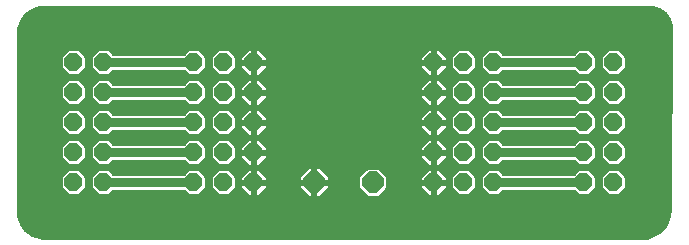
<source format=gtl>
G75*
%MOIN*%
%OFA0B0*%
%FSLAX25Y25*%
%IPPOS*%
%LPD*%
%AMOC8*
5,1,8,0,0,1.08239X$1,22.5*
%
%ADD10OC8,0.06000*%
%ADD11OC8,0.07050*%
%ADD12C,0.01000*%
%ADD13C,0.03000*%
D10*
X0021500Y0021500D03*
X0031500Y0021500D03*
X0031500Y0031500D03*
X0021500Y0031500D03*
X0021500Y0041500D03*
X0031500Y0041500D03*
X0031500Y0051500D03*
X0021500Y0051500D03*
X0021500Y0061500D03*
X0031500Y0061500D03*
X0061500Y0061500D03*
X0071500Y0061500D03*
X0081500Y0061500D03*
X0081500Y0051500D03*
X0071500Y0051500D03*
X0061500Y0051500D03*
X0061500Y0041500D03*
X0071500Y0041500D03*
X0081500Y0041500D03*
X0081500Y0031500D03*
X0071500Y0031500D03*
X0061500Y0031500D03*
X0061500Y0021500D03*
X0071500Y0021500D03*
X0081500Y0021500D03*
X0141500Y0021500D03*
X0151500Y0021500D03*
X0161500Y0021500D03*
X0161500Y0031500D03*
X0151500Y0031500D03*
X0141500Y0031500D03*
X0141500Y0041500D03*
X0151500Y0041500D03*
X0161500Y0041500D03*
X0161500Y0051500D03*
X0151500Y0051500D03*
X0141500Y0051500D03*
X0141500Y0061500D03*
X0151500Y0061500D03*
X0161500Y0061500D03*
X0191500Y0061500D03*
X0201500Y0061500D03*
X0201500Y0051500D03*
X0191500Y0051500D03*
X0191500Y0041500D03*
X0201500Y0041500D03*
X0201500Y0031500D03*
X0191500Y0031500D03*
X0191500Y0021500D03*
X0201500Y0021500D03*
D11*
X0121343Y0021500D03*
X0101657Y0021500D03*
D12*
X0007641Y0003926D02*
X0005490Y0005490D01*
X0003926Y0007641D01*
X0003105Y0010170D01*
X0003000Y0011500D01*
X0003000Y0071500D01*
X0003104Y0072824D01*
X0003922Y0075341D01*
X0005478Y0077483D01*
X0007620Y0079038D01*
X0010137Y0079856D01*
X0011461Y0079961D01*
X0213500Y0079961D01*
X0214626Y0079872D01*
X0216769Y0079176D01*
X0218592Y0077852D01*
X0219916Y0076029D01*
X0220612Y0073886D01*
X0220701Y0072761D01*
X0220205Y0015643D01*
X0220101Y0015480D01*
X0220199Y0015042D01*
X0220195Y0014593D01*
X0220291Y0014496D01*
X0220457Y0013324D01*
X0220162Y0010217D01*
X0218922Y0007353D01*
X0216857Y0005012D01*
X0214170Y0003424D01*
X0212790Y0003000D01*
X0011500Y0003000D01*
X0010170Y0003105D01*
X0007641Y0003926D01*
X0006848Y0004503D02*
X0215996Y0004503D01*
X0217289Y0005501D02*
X0005481Y0005501D01*
X0004755Y0006500D02*
X0218170Y0006500D01*
X0218985Y0007499D02*
X0004030Y0007499D01*
X0003648Y0008497D02*
X0219417Y0008497D01*
X0219850Y0009496D02*
X0003324Y0009496D01*
X0003079Y0010494D02*
X0220188Y0010494D01*
X0220283Y0011493D02*
X0003001Y0011493D01*
X0003000Y0012491D02*
X0220378Y0012491D01*
X0220433Y0013490D02*
X0003000Y0013490D01*
X0003000Y0014488D02*
X0220292Y0014488D01*
X0220105Y0015487D02*
X0003000Y0015487D01*
X0003000Y0016485D02*
X0099566Y0016485D01*
X0099576Y0016475D02*
X0096632Y0019419D01*
X0096632Y0021000D01*
X0101157Y0021000D01*
X0101157Y0022000D01*
X0096632Y0022000D01*
X0096632Y0023581D01*
X0099576Y0026525D01*
X0101157Y0026525D01*
X0101157Y0022000D01*
X0102157Y0022000D01*
X0102157Y0026525D01*
X0103739Y0026525D01*
X0106682Y0023581D01*
X0106682Y0022000D01*
X0102158Y0022000D01*
X0102158Y0021000D01*
X0106682Y0021000D01*
X0106682Y0019419D01*
X0103739Y0016475D01*
X0102157Y0016475D01*
X0102157Y0021000D01*
X0101157Y0021000D01*
X0101157Y0016475D01*
X0099576Y0016475D01*
X0101157Y0016485D02*
X0102157Y0016485D01*
X0103749Y0016485D02*
X0220212Y0016485D01*
X0220221Y0017484D02*
X0203565Y0017484D01*
X0203281Y0017200D02*
X0205800Y0019719D01*
X0205800Y0023281D01*
X0203281Y0025800D01*
X0199719Y0025800D01*
X0197200Y0023281D01*
X0197200Y0019719D01*
X0199719Y0017200D01*
X0203281Y0017200D01*
X0204563Y0018482D02*
X0220229Y0018482D01*
X0220238Y0019481D02*
X0205562Y0019481D01*
X0205800Y0020479D02*
X0220247Y0020479D01*
X0220255Y0021478D02*
X0205800Y0021478D01*
X0205800Y0022476D02*
X0220264Y0022476D01*
X0220273Y0023475D02*
X0205606Y0023475D01*
X0204608Y0024473D02*
X0220281Y0024473D01*
X0220290Y0025472D02*
X0203609Y0025472D01*
X0203281Y0027200D02*
X0199719Y0027200D01*
X0197200Y0029719D01*
X0197200Y0033281D01*
X0199719Y0035800D01*
X0203281Y0035800D01*
X0205800Y0033281D01*
X0205800Y0029719D01*
X0203281Y0027200D01*
X0203550Y0027469D02*
X0220307Y0027469D01*
X0220316Y0028467D02*
X0204548Y0028467D01*
X0205547Y0029466D02*
X0220325Y0029466D01*
X0220333Y0030464D02*
X0205800Y0030464D01*
X0205800Y0031463D02*
X0220342Y0031463D01*
X0220351Y0032461D02*
X0205800Y0032461D01*
X0205621Y0033460D02*
X0220359Y0033460D01*
X0220368Y0034458D02*
X0204623Y0034458D01*
X0203624Y0035457D02*
X0220377Y0035457D01*
X0220385Y0036455D02*
X0003000Y0036455D01*
X0003000Y0035457D02*
X0019376Y0035457D01*
X0019719Y0035800D02*
X0017200Y0033281D01*
X0017200Y0029719D01*
X0019719Y0027200D01*
X0023281Y0027200D01*
X0025800Y0029719D01*
X0025800Y0033281D01*
X0023281Y0035800D01*
X0019719Y0035800D01*
X0019719Y0037200D02*
X0023281Y0037200D01*
X0025800Y0039719D01*
X0025800Y0043281D01*
X0023281Y0045800D01*
X0019719Y0045800D01*
X0017200Y0043281D01*
X0017200Y0039719D01*
X0019719Y0037200D01*
X0019465Y0037454D02*
X0003000Y0037454D01*
X0003000Y0038452D02*
X0018467Y0038452D01*
X0017468Y0039451D02*
X0003000Y0039451D01*
X0003000Y0040449D02*
X0017200Y0040449D01*
X0017200Y0041448D02*
X0003000Y0041448D01*
X0003000Y0042446D02*
X0017200Y0042446D01*
X0017364Y0043445D02*
X0003000Y0043445D01*
X0003000Y0044443D02*
X0018362Y0044443D01*
X0019361Y0045442D02*
X0003000Y0045442D01*
X0003000Y0046440D02*
X0220472Y0046440D01*
X0220463Y0045442D02*
X0203639Y0045442D01*
X0203281Y0045800D02*
X0199719Y0045800D01*
X0197200Y0043281D01*
X0197200Y0039719D01*
X0199719Y0037200D01*
X0203281Y0037200D01*
X0205800Y0039719D01*
X0205800Y0043281D01*
X0203281Y0045800D01*
X0203281Y0047200D02*
X0205800Y0049719D01*
X0205800Y0053281D01*
X0203281Y0055800D01*
X0199719Y0055800D01*
X0197200Y0053281D01*
X0197200Y0049719D01*
X0199719Y0047200D01*
X0203281Y0047200D01*
X0203520Y0047439D02*
X0220481Y0047439D01*
X0220489Y0048437D02*
X0204519Y0048437D01*
X0205517Y0049436D02*
X0220498Y0049436D01*
X0220507Y0050434D02*
X0205800Y0050434D01*
X0205800Y0051433D02*
X0220515Y0051433D01*
X0220524Y0052432D02*
X0205800Y0052432D01*
X0205651Y0053430D02*
X0220533Y0053430D01*
X0220541Y0054429D02*
X0204653Y0054429D01*
X0203654Y0055427D02*
X0220550Y0055427D01*
X0220559Y0056426D02*
X0003000Y0056426D01*
X0003000Y0055427D02*
X0019346Y0055427D01*
X0019719Y0055800D02*
X0017200Y0053281D01*
X0017200Y0049719D01*
X0019719Y0047200D01*
X0023281Y0047200D01*
X0025800Y0049719D01*
X0025800Y0053281D01*
X0023281Y0055800D01*
X0019719Y0055800D01*
X0019719Y0057200D02*
X0023281Y0057200D01*
X0025800Y0059719D01*
X0025800Y0063281D01*
X0023281Y0065800D01*
X0019719Y0065800D01*
X0017200Y0063281D01*
X0017200Y0059719D01*
X0019719Y0057200D01*
X0019495Y0057424D02*
X0003000Y0057424D01*
X0003000Y0058423D02*
X0018496Y0058423D01*
X0017498Y0059421D02*
X0003000Y0059421D01*
X0003000Y0060420D02*
X0017200Y0060420D01*
X0017200Y0061418D02*
X0003000Y0061418D01*
X0003000Y0062417D02*
X0017200Y0062417D01*
X0017334Y0063415D02*
X0003000Y0063415D01*
X0003000Y0064414D02*
X0018333Y0064414D01*
X0019331Y0065412D02*
X0003000Y0065412D01*
X0003000Y0066411D02*
X0220646Y0066411D01*
X0220654Y0067409D02*
X0003000Y0067409D01*
X0003000Y0068408D02*
X0220663Y0068408D01*
X0220672Y0069406D02*
X0003000Y0069406D01*
X0003000Y0070405D02*
X0220680Y0070405D01*
X0220689Y0071403D02*
X0003000Y0071403D01*
X0003071Y0072402D02*
X0220698Y0072402D01*
X0220650Y0073400D02*
X0003292Y0073400D01*
X0003616Y0074399D02*
X0220446Y0074399D01*
X0220121Y0075397D02*
X0003963Y0075397D01*
X0004688Y0076396D02*
X0219649Y0076396D01*
X0218924Y0077394D02*
X0005414Y0077394D01*
X0006731Y0078393D02*
X0217847Y0078393D01*
X0216106Y0079391D02*
X0008706Y0079391D01*
X0027200Y0063281D02*
X0029719Y0065800D01*
X0033281Y0065800D01*
X0034781Y0064300D01*
X0058219Y0064300D01*
X0059719Y0065800D01*
X0063281Y0065800D01*
X0065800Y0063281D01*
X0065800Y0059719D01*
X0063281Y0057200D01*
X0059719Y0057200D01*
X0058219Y0058700D01*
X0034781Y0058700D01*
X0033281Y0057200D01*
X0029719Y0057200D01*
X0027200Y0059719D01*
X0027200Y0063281D01*
X0027334Y0063415D02*
X0025666Y0063415D01*
X0025800Y0062417D02*
X0027200Y0062417D01*
X0027200Y0061418D02*
X0025800Y0061418D01*
X0025800Y0060420D02*
X0027200Y0060420D01*
X0027498Y0059421D02*
X0025502Y0059421D01*
X0024504Y0058423D02*
X0028496Y0058423D01*
X0029495Y0057424D02*
X0023505Y0057424D01*
X0023654Y0055427D02*
X0029346Y0055427D01*
X0029719Y0055800D02*
X0027200Y0053281D01*
X0027200Y0049719D01*
X0029719Y0047200D01*
X0033281Y0047200D01*
X0034781Y0048700D01*
X0058219Y0048700D01*
X0059719Y0047200D01*
X0063281Y0047200D01*
X0065800Y0049719D01*
X0065800Y0053281D01*
X0063281Y0055800D01*
X0059719Y0055800D01*
X0058219Y0054300D01*
X0034781Y0054300D01*
X0033281Y0055800D01*
X0029719Y0055800D01*
X0028347Y0054429D02*
X0024653Y0054429D01*
X0025651Y0053430D02*
X0027349Y0053430D01*
X0027200Y0052432D02*
X0025800Y0052432D01*
X0025800Y0051433D02*
X0027200Y0051433D01*
X0027200Y0050434D02*
X0025800Y0050434D01*
X0025517Y0049436D02*
X0027483Y0049436D01*
X0028481Y0048437D02*
X0024519Y0048437D01*
X0023520Y0047439D02*
X0029480Y0047439D01*
X0029719Y0045800D02*
X0027200Y0043281D01*
X0027200Y0039719D01*
X0029719Y0037200D01*
X0033281Y0037200D01*
X0034781Y0038700D01*
X0058219Y0038700D01*
X0059719Y0037200D01*
X0063281Y0037200D01*
X0065800Y0039719D01*
X0065800Y0043281D01*
X0063281Y0045800D01*
X0059719Y0045800D01*
X0058219Y0044300D01*
X0034781Y0044300D01*
X0033281Y0045800D01*
X0029719Y0045800D01*
X0029361Y0045442D02*
X0023639Y0045442D01*
X0024638Y0044443D02*
X0028362Y0044443D01*
X0027364Y0043445D02*
X0025636Y0043445D01*
X0025800Y0042446D02*
X0027200Y0042446D01*
X0027200Y0041448D02*
X0025800Y0041448D01*
X0025800Y0040449D02*
X0027200Y0040449D01*
X0027468Y0039451D02*
X0025532Y0039451D01*
X0024533Y0038452D02*
X0028467Y0038452D01*
X0029465Y0037454D02*
X0023535Y0037454D01*
X0023624Y0035457D02*
X0029376Y0035457D01*
X0029719Y0035800D02*
X0027200Y0033281D01*
X0027200Y0029719D01*
X0029719Y0027200D01*
X0033281Y0027200D01*
X0034781Y0028700D01*
X0058219Y0028700D01*
X0059719Y0027200D01*
X0063281Y0027200D01*
X0065800Y0029719D01*
X0065800Y0033281D01*
X0063281Y0035800D01*
X0059719Y0035800D01*
X0058219Y0034300D01*
X0034781Y0034300D01*
X0033281Y0035800D01*
X0029719Y0035800D01*
X0028377Y0034458D02*
X0024623Y0034458D01*
X0025621Y0033460D02*
X0027379Y0033460D01*
X0027200Y0032461D02*
X0025800Y0032461D01*
X0025800Y0031463D02*
X0027200Y0031463D01*
X0027200Y0030464D02*
X0025800Y0030464D01*
X0025547Y0029466D02*
X0027453Y0029466D01*
X0028452Y0028467D02*
X0024548Y0028467D01*
X0023550Y0027469D02*
X0029450Y0027469D01*
X0029719Y0025800D02*
X0027200Y0023281D01*
X0027200Y0019719D01*
X0029719Y0017200D01*
X0033281Y0017200D01*
X0034781Y0018700D01*
X0058219Y0018700D01*
X0059719Y0017200D01*
X0063281Y0017200D01*
X0065800Y0019719D01*
X0065800Y0023281D01*
X0063281Y0025800D01*
X0059719Y0025800D01*
X0058219Y0024300D01*
X0034781Y0024300D01*
X0033281Y0025800D01*
X0029719Y0025800D01*
X0029391Y0025472D02*
X0023609Y0025472D01*
X0023281Y0025800D02*
X0019719Y0025800D01*
X0017200Y0023281D01*
X0017200Y0019719D01*
X0019719Y0017200D01*
X0023281Y0017200D01*
X0025800Y0019719D01*
X0025800Y0023281D01*
X0023281Y0025800D01*
X0024608Y0024473D02*
X0028392Y0024473D01*
X0027394Y0023475D02*
X0025606Y0023475D01*
X0025800Y0022476D02*
X0027200Y0022476D01*
X0027200Y0021478D02*
X0025800Y0021478D01*
X0025800Y0020479D02*
X0027200Y0020479D01*
X0027438Y0019481D02*
X0025562Y0019481D01*
X0024563Y0018482D02*
X0028437Y0018482D01*
X0029435Y0017484D02*
X0023565Y0017484D01*
X0019435Y0017484D02*
X0003000Y0017484D01*
X0003000Y0018482D02*
X0018437Y0018482D01*
X0017438Y0019481D02*
X0003000Y0019481D01*
X0003000Y0020479D02*
X0017200Y0020479D01*
X0017200Y0021478D02*
X0003000Y0021478D01*
X0003000Y0022476D02*
X0017200Y0022476D01*
X0017394Y0023475D02*
X0003000Y0023475D01*
X0003000Y0024473D02*
X0018392Y0024473D01*
X0019391Y0025472D02*
X0003000Y0025472D01*
X0003000Y0026470D02*
X0099521Y0026470D01*
X0098523Y0025472D02*
X0083892Y0025472D01*
X0083364Y0026000D02*
X0082000Y0026000D01*
X0082000Y0022000D01*
X0086000Y0022000D01*
X0086000Y0023364D01*
X0083364Y0026000D01*
X0083364Y0027000D02*
X0082000Y0027000D01*
X0082000Y0031000D01*
X0082000Y0032000D01*
X0086000Y0032000D01*
X0086000Y0033364D01*
X0083364Y0036000D01*
X0082000Y0036000D01*
X0082000Y0032000D01*
X0081000Y0032000D01*
X0081000Y0036000D01*
X0079636Y0036000D01*
X0077000Y0033364D01*
X0077000Y0032000D01*
X0081000Y0032000D01*
X0081000Y0031000D01*
X0082000Y0031000D01*
X0086000Y0031000D01*
X0086000Y0029636D01*
X0083364Y0027000D01*
X0083833Y0027469D02*
X0139167Y0027469D01*
X0139636Y0027000D02*
X0141000Y0027000D01*
X0141000Y0031000D01*
X0142000Y0031000D01*
X0142000Y0032000D01*
X0146000Y0032000D01*
X0146000Y0033364D01*
X0143364Y0036000D01*
X0142000Y0036000D01*
X0142000Y0032000D01*
X0141000Y0032000D01*
X0141000Y0036000D01*
X0139636Y0036000D01*
X0137000Y0033364D01*
X0137000Y0032000D01*
X0141000Y0032000D01*
X0141000Y0031000D01*
X0137000Y0031000D01*
X0137000Y0029636D01*
X0139636Y0027000D01*
X0139636Y0026000D02*
X0137000Y0023364D01*
X0137000Y0022000D01*
X0141000Y0022000D01*
X0141000Y0026000D01*
X0139636Y0026000D01*
X0139108Y0025472D02*
X0124194Y0025472D01*
X0123341Y0026325D02*
X0119344Y0026325D01*
X0116518Y0023499D01*
X0116518Y0019501D01*
X0119344Y0016675D01*
X0123341Y0016675D01*
X0126168Y0019501D01*
X0126168Y0023499D01*
X0123341Y0026325D01*
X0125193Y0024473D02*
X0138109Y0024473D01*
X0137111Y0023475D02*
X0126168Y0023475D01*
X0126168Y0022476D02*
X0137000Y0022476D01*
X0137000Y0021000D02*
X0137000Y0019636D01*
X0139636Y0017000D01*
X0141000Y0017000D01*
X0141000Y0021000D01*
X0142000Y0021000D01*
X0142000Y0022000D01*
X0146000Y0022000D01*
X0146000Y0023364D01*
X0143364Y0026000D01*
X0142000Y0026000D01*
X0142000Y0022000D01*
X0141000Y0022000D01*
X0141000Y0021000D01*
X0137000Y0021000D01*
X0137000Y0020479D02*
X0126168Y0020479D01*
X0126147Y0019481D02*
X0137155Y0019481D01*
X0138154Y0018482D02*
X0125148Y0018482D01*
X0124150Y0017484D02*
X0139152Y0017484D01*
X0141000Y0017484D02*
X0142000Y0017484D01*
X0142000Y0017000D02*
X0143364Y0017000D01*
X0146000Y0019636D01*
X0146000Y0021000D01*
X0142000Y0021000D01*
X0142000Y0017000D01*
X0143848Y0017484D02*
X0149435Y0017484D01*
X0149719Y0017200D02*
X0153281Y0017200D01*
X0155800Y0019719D01*
X0155800Y0023281D01*
X0153281Y0025800D01*
X0149719Y0025800D01*
X0147200Y0023281D01*
X0147200Y0019719D01*
X0149719Y0017200D01*
X0153565Y0017484D02*
X0159435Y0017484D01*
X0159719Y0017200D02*
X0163281Y0017200D01*
X0164781Y0018700D01*
X0188219Y0018700D01*
X0189719Y0017200D01*
X0193281Y0017200D01*
X0195800Y0019719D01*
X0195800Y0023281D01*
X0193281Y0025800D01*
X0189719Y0025800D01*
X0188219Y0024300D01*
X0164781Y0024300D01*
X0163281Y0025800D01*
X0159719Y0025800D01*
X0157200Y0023281D01*
X0157200Y0019719D01*
X0159719Y0017200D01*
X0158437Y0018482D02*
X0154563Y0018482D01*
X0155562Y0019481D02*
X0157438Y0019481D01*
X0157200Y0020479D02*
X0155800Y0020479D01*
X0155800Y0021478D02*
X0157200Y0021478D01*
X0157200Y0022476D02*
X0155800Y0022476D01*
X0155606Y0023475D02*
X0157394Y0023475D01*
X0158392Y0024473D02*
X0154608Y0024473D01*
X0153609Y0025472D02*
X0159391Y0025472D01*
X0159719Y0027200D02*
X0163281Y0027200D01*
X0164781Y0028700D01*
X0188219Y0028700D01*
X0189719Y0027200D01*
X0193281Y0027200D01*
X0195800Y0029719D01*
X0195800Y0033281D01*
X0193281Y0035800D01*
X0189719Y0035800D01*
X0188219Y0034300D01*
X0164781Y0034300D01*
X0163281Y0035800D01*
X0159719Y0035800D01*
X0157200Y0033281D01*
X0157200Y0029719D01*
X0159719Y0027200D01*
X0159450Y0027469D02*
X0153550Y0027469D01*
X0153281Y0027200D02*
X0149719Y0027200D01*
X0147200Y0029719D01*
X0147200Y0033281D01*
X0149719Y0035800D01*
X0153281Y0035800D01*
X0155800Y0033281D01*
X0155800Y0029719D01*
X0153281Y0027200D01*
X0154548Y0028467D02*
X0158452Y0028467D01*
X0157453Y0029466D02*
X0155547Y0029466D01*
X0155800Y0030464D02*
X0157200Y0030464D01*
X0157200Y0031463D02*
X0155800Y0031463D01*
X0155800Y0032461D02*
X0157200Y0032461D01*
X0157379Y0033460D02*
X0155621Y0033460D01*
X0154623Y0034458D02*
X0158377Y0034458D01*
X0159376Y0035457D02*
X0153624Y0035457D01*
X0153281Y0037200D02*
X0149719Y0037200D01*
X0147200Y0039719D01*
X0147200Y0043281D01*
X0149719Y0045800D01*
X0153281Y0045800D01*
X0155800Y0043281D01*
X0155800Y0039719D01*
X0153281Y0037200D01*
X0153535Y0037454D02*
X0159465Y0037454D01*
X0159719Y0037200D02*
X0163281Y0037200D01*
X0164781Y0038700D01*
X0188219Y0038700D01*
X0189719Y0037200D01*
X0193281Y0037200D01*
X0195800Y0039719D01*
X0195800Y0043281D01*
X0193281Y0045800D01*
X0189719Y0045800D01*
X0188219Y0044300D01*
X0164781Y0044300D01*
X0163281Y0045800D01*
X0159719Y0045800D01*
X0157200Y0043281D01*
X0157200Y0039719D01*
X0159719Y0037200D01*
X0158467Y0038452D02*
X0154533Y0038452D01*
X0155532Y0039451D02*
X0157468Y0039451D01*
X0157200Y0040449D02*
X0155800Y0040449D01*
X0155800Y0041448D02*
X0157200Y0041448D01*
X0157200Y0042446D02*
X0155800Y0042446D01*
X0155636Y0043445D02*
X0157364Y0043445D01*
X0158362Y0044443D02*
X0154638Y0044443D01*
X0153639Y0045442D02*
X0159361Y0045442D01*
X0159719Y0047200D02*
X0163281Y0047200D01*
X0164781Y0048700D01*
X0188219Y0048700D01*
X0189719Y0047200D01*
X0193281Y0047200D01*
X0195800Y0049719D01*
X0195800Y0053281D01*
X0193281Y0055800D01*
X0189719Y0055800D01*
X0188219Y0054300D01*
X0164781Y0054300D01*
X0163281Y0055800D01*
X0159719Y0055800D01*
X0157200Y0053281D01*
X0157200Y0049719D01*
X0159719Y0047200D01*
X0159480Y0047439D02*
X0153520Y0047439D01*
X0153281Y0047200D02*
X0149719Y0047200D01*
X0147200Y0049719D01*
X0147200Y0053281D01*
X0149719Y0055800D01*
X0153281Y0055800D01*
X0155800Y0053281D01*
X0155800Y0049719D01*
X0153281Y0047200D01*
X0154519Y0048437D02*
X0158481Y0048437D01*
X0157483Y0049436D02*
X0155517Y0049436D01*
X0155800Y0050434D02*
X0157200Y0050434D01*
X0157200Y0051433D02*
X0155800Y0051433D01*
X0155800Y0052432D02*
X0157200Y0052432D01*
X0157349Y0053430D02*
X0155651Y0053430D01*
X0154653Y0054429D02*
X0158347Y0054429D01*
X0159346Y0055427D02*
X0153654Y0055427D01*
X0153281Y0057200D02*
X0149719Y0057200D01*
X0147200Y0059719D01*
X0147200Y0063281D01*
X0149719Y0065800D01*
X0153281Y0065800D01*
X0155800Y0063281D01*
X0155800Y0059719D01*
X0153281Y0057200D01*
X0153505Y0057424D02*
X0159495Y0057424D01*
X0159719Y0057200D02*
X0163281Y0057200D01*
X0164781Y0058700D01*
X0188219Y0058700D01*
X0189719Y0057200D01*
X0193281Y0057200D01*
X0195800Y0059719D01*
X0195800Y0063281D01*
X0193281Y0065800D01*
X0189719Y0065800D01*
X0188219Y0064300D01*
X0164781Y0064300D01*
X0163281Y0065800D01*
X0159719Y0065800D01*
X0157200Y0063281D01*
X0157200Y0059719D01*
X0159719Y0057200D01*
X0158496Y0058423D02*
X0154504Y0058423D01*
X0155502Y0059421D02*
X0157498Y0059421D01*
X0157200Y0060420D02*
X0155800Y0060420D01*
X0155800Y0061418D02*
X0157200Y0061418D01*
X0157200Y0062417D02*
X0155800Y0062417D01*
X0155666Y0063415D02*
X0157334Y0063415D01*
X0158333Y0064414D02*
X0154667Y0064414D01*
X0153669Y0065412D02*
X0159331Y0065412D01*
X0163669Y0065412D02*
X0189331Y0065412D01*
X0188333Y0064414D02*
X0164667Y0064414D01*
X0164504Y0058423D02*
X0188496Y0058423D01*
X0189495Y0057424D02*
X0163505Y0057424D01*
X0163654Y0055427D02*
X0189346Y0055427D01*
X0188347Y0054429D02*
X0164653Y0054429D01*
X0164519Y0048437D02*
X0188481Y0048437D01*
X0189480Y0047439D02*
X0163520Y0047439D01*
X0163639Y0045442D02*
X0189361Y0045442D01*
X0188362Y0044443D02*
X0164638Y0044443D01*
X0164533Y0038452D02*
X0188467Y0038452D01*
X0189465Y0037454D02*
X0163535Y0037454D01*
X0163624Y0035457D02*
X0189376Y0035457D01*
X0188377Y0034458D02*
X0164623Y0034458D01*
X0164548Y0028467D02*
X0188452Y0028467D01*
X0189450Y0027469D02*
X0163550Y0027469D01*
X0163609Y0025472D02*
X0189391Y0025472D01*
X0188392Y0024473D02*
X0164608Y0024473D01*
X0164563Y0018482D02*
X0188437Y0018482D01*
X0189435Y0017484D02*
X0163565Y0017484D01*
X0148437Y0018482D02*
X0144846Y0018482D01*
X0145845Y0019481D02*
X0147438Y0019481D01*
X0147200Y0020479D02*
X0146000Y0020479D01*
X0147200Y0021478D02*
X0142000Y0021478D01*
X0142000Y0020479D02*
X0141000Y0020479D01*
X0141000Y0019481D02*
X0142000Y0019481D01*
X0142000Y0018482D02*
X0141000Y0018482D01*
X0141000Y0021478D02*
X0126168Y0021478D01*
X0118535Y0017484D02*
X0104748Y0017484D01*
X0105746Y0018482D02*
X0117537Y0018482D01*
X0116538Y0019481D02*
X0106682Y0019481D01*
X0106682Y0020479D02*
X0116518Y0020479D01*
X0116518Y0021478D02*
X0102158Y0021478D01*
X0102157Y0020479D02*
X0101157Y0020479D01*
X0101157Y0019481D02*
X0102157Y0019481D01*
X0102157Y0018482D02*
X0101157Y0018482D01*
X0101157Y0017484D02*
X0102157Y0017484D01*
X0098567Y0017484D02*
X0083848Y0017484D01*
X0083364Y0017000D02*
X0082000Y0017000D01*
X0082000Y0021000D01*
X0082000Y0022000D01*
X0081000Y0022000D01*
X0081000Y0026000D01*
X0079636Y0026000D01*
X0077000Y0023364D01*
X0077000Y0022000D01*
X0081000Y0022000D01*
X0081000Y0021000D01*
X0082000Y0021000D01*
X0086000Y0021000D01*
X0086000Y0019636D01*
X0083364Y0017000D01*
X0082000Y0017484D02*
X0081000Y0017484D01*
X0081000Y0017000D02*
X0079636Y0017000D01*
X0077000Y0019636D01*
X0077000Y0021000D01*
X0081000Y0021000D01*
X0081000Y0017000D01*
X0079152Y0017484D02*
X0073565Y0017484D01*
X0073281Y0017200D02*
X0069719Y0017200D01*
X0067200Y0019719D01*
X0067200Y0023281D01*
X0069719Y0025800D01*
X0073281Y0025800D01*
X0075800Y0023281D01*
X0075800Y0019719D01*
X0073281Y0017200D01*
X0069435Y0017484D02*
X0063565Y0017484D01*
X0064563Y0018482D02*
X0068437Y0018482D01*
X0067438Y0019481D02*
X0065562Y0019481D01*
X0065800Y0020479D02*
X0067200Y0020479D01*
X0067200Y0021478D02*
X0065800Y0021478D01*
X0065800Y0022476D02*
X0067200Y0022476D01*
X0067394Y0023475D02*
X0065606Y0023475D01*
X0064608Y0024473D02*
X0068392Y0024473D01*
X0069391Y0025472D02*
X0063609Y0025472D01*
X0059391Y0025472D02*
X0033609Y0025472D01*
X0034608Y0024473D02*
X0058392Y0024473D01*
X0059450Y0027469D02*
X0033550Y0027469D01*
X0034548Y0028467D02*
X0058452Y0028467D01*
X0063550Y0027469D02*
X0069450Y0027469D01*
X0069719Y0027200D02*
X0073281Y0027200D01*
X0075800Y0029719D01*
X0075800Y0033281D01*
X0073281Y0035800D01*
X0069719Y0035800D01*
X0067200Y0033281D01*
X0067200Y0029719D01*
X0069719Y0027200D01*
X0073550Y0027469D02*
X0079167Y0027469D01*
X0079636Y0027000D02*
X0081000Y0027000D01*
X0081000Y0031000D01*
X0077000Y0031000D01*
X0077000Y0029636D01*
X0079636Y0027000D01*
X0081000Y0027469D02*
X0082000Y0027469D01*
X0082000Y0028467D02*
X0081000Y0028467D01*
X0081000Y0029466D02*
X0082000Y0029466D01*
X0082000Y0030464D02*
X0081000Y0030464D01*
X0081000Y0031463D02*
X0075800Y0031463D01*
X0075800Y0030464D02*
X0077000Y0030464D01*
X0077170Y0029466D02*
X0075547Y0029466D01*
X0074548Y0028467D02*
X0078169Y0028467D01*
X0082000Y0031463D02*
X0141000Y0031463D01*
X0141000Y0030464D02*
X0142000Y0030464D01*
X0142000Y0031000D02*
X0142000Y0027000D01*
X0143364Y0027000D01*
X0146000Y0029636D01*
X0146000Y0031000D01*
X0142000Y0031000D01*
X0142000Y0031463D02*
X0147200Y0031463D01*
X0147200Y0030464D02*
X0146000Y0030464D01*
X0145830Y0029466D02*
X0147453Y0029466D01*
X0148452Y0028467D02*
X0144831Y0028467D01*
X0143833Y0027469D02*
X0149450Y0027469D01*
X0149391Y0025472D02*
X0143892Y0025472D01*
X0144891Y0024473D02*
X0148392Y0024473D01*
X0147394Y0023475D02*
X0145889Y0023475D01*
X0146000Y0022476D02*
X0147200Y0022476D01*
X0142000Y0022476D02*
X0141000Y0022476D01*
X0141000Y0023475D02*
X0142000Y0023475D01*
X0142000Y0024473D02*
X0141000Y0024473D01*
X0141000Y0025472D02*
X0142000Y0025472D01*
X0142000Y0027469D02*
X0141000Y0027469D01*
X0141000Y0028467D02*
X0142000Y0028467D01*
X0142000Y0029466D02*
X0141000Y0029466D01*
X0138169Y0028467D02*
X0084831Y0028467D01*
X0085830Y0029466D02*
X0137170Y0029466D01*
X0137000Y0030464D02*
X0086000Y0030464D01*
X0086000Y0032461D02*
X0137000Y0032461D01*
X0137096Y0033460D02*
X0085904Y0033460D01*
X0084906Y0034458D02*
X0138094Y0034458D01*
X0139093Y0035457D02*
X0083907Y0035457D01*
X0082000Y0035457D02*
X0081000Y0035457D01*
X0081000Y0034458D02*
X0082000Y0034458D01*
X0082000Y0033460D02*
X0081000Y0033460D01*
X0081000Y0032461D02*
X0082000Y0032461D01*
X0078094Y0034458D02*
X0074623Y0034458D01*
X0075621Y0033460D02*
X0077096Y0033460D01*
X0077000Y0032461D02*
X0075800Y0032461D01*
X0073624Y0035457D02*
X0079093Y0035457D01*
X0079636Y0037000D02*
X0081000Y0037000D01*
X0081000Y0041000D01*
X0082000Y0041000D01*
X0082000Y0042000D01*
X0086000Y0042000D01*
X0086000Y0043364D01*
X0083364Y0046000D01*
X0082000Y0046000D01*
X0082000Y0042000D01*
X0081000Y0042000D01*
X0081000Y0046000D01*
X0079636Y0046000D01*
X0077000Y0043364D01*
X0077000Y0042000D01*
X0081000Y0042000D01*
X0081000Y0041000D01*
X0077000Y0041000D01*
X0077000Y0039636D01*
X0079636Y0037000D01*
X0079182Y0037454D02*
X0073535Y0037454D01*
X0073281Y0037200D02*
X0069719Y0037200D01*
X0067200Y0039719D01*
X0067200Y0043281D01*
X0069719Y0045800D01*
X0073281Y0045800D01*
X0075800Y0043281D01*
X0075800Y0039719D01*
X0073281Y0037200D01*
X0069465Y0037454D02*
X0063535Y0037454D01*
X0064533Y0038452D02*
X0068467Y0038452D01*
X0067468Y0039451D02*
X0065532Y0039451D01*
X0065800Y0040449D02*
X0067200Y0040449D01*
X0067200Y0041448D02*
X0065800Y0041448D01*
X0065800Y0042446D02*
X0067200Y0042446D01*
X0067364Y0043445D02*
X0065636Y0043445D01*
X0064638Y0044443D02*
X0068362Y0044443D01*
X0069361Y0045442D02*
X0063639Y0045442D01*
X0059361Y0045442D02*
X0033639Y0045442D01*
X0034638Y0044443D02*
X0058362Y0044443D01*
X0059480Y0047439D02*
X0033520Y0047439D01*
X0034519Y0048437D02*
X0058481Y0048437D01*
X0063520Y0047439D02*
X0069480Y0047439D01*
X0069719Y0047200D02*
X0073281Y0047200D01*
X0075800Y0049719D01*
X0075800Y0053281D01*
X0073281Y0055800D01*
X0069719Y0055800D01*
X0067200Y0053281D01*
X0067200Y0049719D01*
X0069719Y0047200D01*
X0073520Y0047439D02*
X0079197Y0047439D01*
X0079636Y0047000D02*
X0081000Y0047000D01*
X0081000Y0051000D01*
X0082000Y0051000D01*
X0082000Y0052000D01*
X0086000Y0052000D01*
X0086000Y0053364D01*
X0083364Y0056000D01*
X0082000Y0056000D01*
X0082000Y0052000D01*
X0081000Y0052000D01*
X0081000Y0056000D01*
X0079636Y0056000D01*
X0077000Y0053364D01*
X0077000Y0052000D01*
X0081000Y0052000D01*
X0081000Y0051000D01*
X0077000Y0051000D01*
X0077000Y0049636D01*
X0079636Y0047000D01*
X0081000Y0047439D02*
X0082000Y0047439D01*
X0082000Y0047000D02*
X0083364Y0047000D01*
X0086000Y0049636D01*
X0086000Y0051000D01*
X0082000Y0051000D01*
X0082000Y0047000D01*
X0083803Y0047439D02*
X0139197Y0047439D01*
X0139636Y0047000D02*
X0141000Y0047000D01*
X0141000Y0051000D01*
X0142000Y0051000D01*
X0142000Y0052000D01*
X0146000Y0052000D01*
X0146000Y0053364D01*
X0143364Y0056000D01*
X0142000Y0056000D01*
X0142000Y0052000D01*
X0141000Y0052000D01*
X0141000Y0056000D01*
X0139636Y0056000D01*
X0137000Y0053364D01*
X0137000Y0052000D01*
X0141000Y0052000D01*
X0141000Y0051000D01*
X0137000Y0051000D01*
X0137000Y0049636D01*
X0139636Y0047000D01*
X0139636Y0046000D02*
X0137000Y0043364D01*
X0137000Y0042000D01*
X0141000Y0042000D01*
X0141000Y0046000D01*
X0139636Y0046000D01*
X0139078Y0045442D02*
X0083922Y0045442D01*
X0084921Y0044443D02*
X0138079Y0044443D01*
X0137081Y0043445D02*
X0085919Y0043445D01*
X0086000Y0042446D02*
X0137000Y0042446D01*
X0137000Y0041000D02*
X0137000Y0039636D01*
X0139636Y0037000D01*
X0141000Y0037000D01*
X0141000Y0041000D01*
X0142000Y0041000D01*
X0142000Y0042000D01*
X0146000Y0042000D01*
X0146000Y0043364D01*
X0143364Y0046000D01*
X0142000Y0046000D01*
X0142000Y0042000D01*
X0141000Y0042000D01*
X0141000Y0041000D01*
X0137000Y0041000D01*
X0137000Y0040449D02*
X0086000Y0040449D01*
X0086000Y0041000D02*
X0086000Y0039636D01*
X0083364Y0037000D01*
X0082000Y0037000D01*
X0082000Y0041000D01*
X0086000Y0041000D01*
X0085815Y0039451D02*
X0137185Y0039451D01*
X0138184Y0038452D02*
X0084816Y0038452D01*
X0083818Y0037454D02*
X0139182Y0037454D01*
X0141000Y0037454D02*
X0142000Y0037454D01*
X0142000Y0037000D02*
X0143364Y0037000D01*
X0146000Y0039636D01*
X0146000Y0041000D01*
X0142000Y0041000D01*
X0142000Y0037000D01*
X0143818Y0037454D02*
X0149465Y0037454D01*
X0148467Y0038452D02*
X0144816Y0038452D01*
X0145815Y0039451D02*
X0147468Y0039451D01*
X0147200Y0040449D02*
X0146000Y0040449D01*
X0147200Y0041448D02*
X0142000Y0041448D01*
X0142000Y0040449D02*
X0141000Y0040449D01*
X0141000Y0039451D02*
X0142000Y0039451D01*
X0142000Y0038452D02*
X0141000Y0038452D01*
X0141000Y0041448D02*
X0082000Y0041448D01*
X0082000Y0040449D02*
X0081000Y0040449D01*
X0081000Y0039451D02*
X0082000Y0039451D01*
X0082000Y0038452D02*
X0081000Y0038452D01*
X0081000Y0037454D02*
X0082000Y0037454D01*
X0078184Y0038452D02*
X0074533Y0038452D01*
X0075532Y0039451D02*
X0077185Y0039451D01*
X0077000Y0040449D02*
X0075800Y0040449D01*
X0075800Y0041448D02*
X0081000Y0041448D01*
X0081000Y0042446D02*
X0082000Y0042446D01*
X0082000Y0043445D02*
X0081000Y0043445D01*
X0081000Y0044443D02*
X0082000Y0044443D01*
X0082000Y0045442D02*
X0081000Y0045442D01*
X0079078Y0045442D02*
X0073639Y0045442D01*
X0074638Y0044443D02*
X0078079Y0044443D01*
X0077081Y0043445D02*
X0075636Y0043445D01*
X0075800Y0042446D02*
X0077000Y0042446D01*
X0078199Y0048437D02*
X0074519Y0048437D01*
X0075517Y0049436D02*
X0077200Y0049436D01*
X0077000Y0050434D02*
X0075800Y0050434D01*
X0075800Y0051433D02*
X0081000Y0051433D01*
X0081000Y0050434D02*
X0082000Y0050434D01*
X0082000Y0049436D02*
X0081000Y0049436D01*
X0081000Y0048437D02*
X0082000Y0048437D01*
X0084801Y0048437D02*
X0138199Y0048437D01*
X0137200Y0049436D02*
X0085800Y0049436D01*
X0086000Y0050434D02*
X0137000Y0050434D01*
X0141000Y0050434D02*
X0142000Y0050434D01*
X0142000Y0051000D02*
X0142000Y0047000D01*
X0143364Y0047000D01*
X0146000Y0049636D01*
X0146000Y0051000D01*
X0142000Y0051000D01*
X0142000Y0051433D02*
X0147200Y0051433D01*
X0147200Y0050434D02*
X0146000Y0050434D01*
X0145800Y0049436D02*
X0147483Y0049436D01*
X0148481Y0048437D02*
X0144801Y0048437D01*
X0143803Y0047439D02*
X0149480Y0047439D01*
X0149361Y0045442D02*
X0143922Y0045442D01*
X0144921Y0044443D02*
X0148362Y0044443D01*
X0147364Y0043445D02*
X0145919Y0043445D01*
X0146000Y0042446D02*
X0147200Y0042446D01*
X0142000Y0042446D02*
X0141000Y0042446D01*
X0141000Y0043445D02*
X0142000Y0043445D01*
X0142000Y0044443D02*
X0141000Y0044443D01*
X0141000Y0045442D02*
X0142000Y0045442D01*
X0142000Y0047439D02*
X0141000Y0047439D01*
X0141000Y0048437D02*
X0142000Y0048437D01*
X0142000Y0049436D02*
X0141000Y0049436D01*
X0141000Y0051433D02*
X0082000Y0051433D01*
X0082000Y0052432D02*
X0081000Y0052432D01*
X0081000Y0053430D02*
X0082000Y0053430D01*
X0082000Y0054429D02*
X0081000Y0054429D01*
X0081000Y0055427D02*
X0082000Y0055427D01*
X0083937Y0055427D02*
X0139063Y0055427D01*
X0138065Y0054429D02*
X0084935Y0054429D01*
X0085934Y0053430D02*
X0137066Y0053430D01*
X0137000Y0052432D02*
X0086000Y0052432D01*
X0079063Y0055427D02*
X0073654Y0055427D01*
X0074653Y0054429D02*
X0078065Y0054429D01*
X0077066Y0053430D02*
X0075651Y0053430D01*
X0075800Y0052432D02*
X0077000Y0052432D01*
X0069346Y0055427D02*
X0063654Y0055427D01*
X0064653Y0054429D02*
X0068347Y0054429D01*
X0067349Y0053430D02*
X0065651Y0053430D01*
X0065800Y0052432D02*
X0067200Y0052432D01*
X0067200Y0051433D02*
X0065800Y0051433D01*
X0065800Y0050434D02*
X0067200Y0050434D01*
X0067483Y0049436D02*
X0065517Y0049436D01*
X0064519Y0048437D02*
X0068481Y0048437D01*
X0058347Y0054429D02*
X0034653Y0054429D01*
X0033654Y0055427D02*
X0059346Y0055427D01*
X0059495Y0057424D02*
X0033505Y0057424D01*
X0034504Y0058423D02*
X0058496Y0058423D01*
X0063505Y0057424D02*
X0069495Y0057424D01*
X0069719Y0057200D02*
X0073281Y0057200D01*
X0075800Y0059719D01*
X0075800Y0063281D01*
X0073281Y0065800D01*
X0069719Y0065800D01*
X0067200Y0063281D01*
X0067200Y0059719D01*
X0069719Y0057200D01*
X0073505Y0057424D02*
X0079212Y0057424D01*
X0079636Y0057000D02*
X0081000Y0057000D01*
X0081000Y0061000D01*
X0082000Y0061000D01*
X0082000Y0062000D01*
X0086000Y0062000D01*
X0086000Y0063364D01*
X0083364Y0066000D01*
X0082000Y0066000D01*
X0082000Y0062000D01*
X0081000Y0062000D01*
X0081000Y0066000D01*
X0079636Y0066000D01*
X0077000Y0063364D01*
X0077000Y0062000D01*
X0081000Y0062000D01*
X0081000Y0061000D01*
X0077000Y0061000D01*
X0077000Y0059636D01*
X0079636Y0057000D01*
X0081000Y0057424D02*
X0082000Y0057424D01*
X0082000Y0057000D02*
X0083364Y0057000D01*
X0086000Y0059636D01*
X0086000Y0061000D01*
X0082000Y0061000D01*
X0082000Y0057000D01*
X0083788Y0057424D02*
X0139212Y0057424D01*
X0139636Y0057000D02*
X0141000Y0057000D01*
X0141000Y0061000D01*
X0142000Y0061000D01*
X0142000Y0062000D01*
X0146000Y0062000D01*
X0146000Y0063364D01*
X0143364Y0066000D01*
X0142000Y0066000D01*
X0142000Y0062000D01*
X0141000Y0062000D01*
X0141000Y0066000D01*
X0139636Y0066000D01*
X0137000Y0063364D01*
X0137000Y0062000D01*
X0141000Y0062000D01*
X0141000Y0061000D01*
X0137000Y0061000D01*
X0137000Y0059636D01*
X0139636Y0057000D01*
X0141000Y0057424D02*
X0142000Y0057424D01*
X0142000Y0057000D02*
X0143364Y0057000D01*
X0146000Y0059636D01*
X0146000Y0061000D01*
X0142000Y0061000D01*
X0142000Y0057000D01*
X0143788Y0057424D02*
X0149495Y0057424D01*
X0148496Y0058423D02*
X0144787Y0058423D01*
X0145785Y0059421D02*
X0147498Y0059421D01*
X0147200Y0060420D02*
X0146000Y0060420D01*
X0147200Y0061418D02*
X0142000Y0061418D01*
X0142000Y0060420D02*
X0141000Y0060420D01*
X0141000Y0061418D02*
X0082000Y0061418D01*
X0082000Y0060420D02*
X0081000Y0060420D01*
X0081000Y0061418D02*
X0075800Y0061418D01*
X0075800Y0060420D02*
X0077000Y0060420D01*
X0077215Y0059421D02*
X0075502Y0059421D01*
X0074504Y0058423D02*
X0078213Y0058423D01*
X0081000Y0058423D02*
X0082000Y0058423D01*
X0082000Y0059421D02*
X0081000Y0059421D01*
X0084787Y0058423D02*
X0138213Y0058423D01*
X0137215Y0059421D02*
X0085785Y0059421D01*
X0086000Y0060420D02*
X0137000Y0060420D01*
X0141000Y0059421D02*
X0142000Y0059421D01*
X0142000Y0058423D02*
X0141000Y0058423D01*
X0141000Y0055427D02*
X0142000Y0055427D01*
X0142000Y0054429D02*
X0141000Y0054429D01*
X0141000Y0053430D02*
X0142000Y0053430D01*
X0142000Y0052432D02*
X0141000Y0052432D01*
X0144935Y0054429D02*
X0148347Y0054429D01*
X0149346Y0055427D02*
X0143937Y0055427D01*
X0145934Y0053430D02*
X0147349Y0053430D01*
X0147200Y0052432D02*
X0146000Y0052432D01*
X0146000Y0062417D02*
X0147200Y0062417D01*
X0147334Y0063415D02*
X0145949Y0063415D01*
X0144950Y0064414D02*
X0148333Y0064414D01*
X0149331Y0065412D02*
X0143952Y0065412D01*
X0142000Y0065412D02*
X0141000Y0065412D01*
X0141000Y0064414D02*
X0142000Y0064414D01*
X0142000Y0063415D02*
X0141000Y0063415D01*
X0141000Y0062417D02*
X0142000Y0062417D01*
X0138050Y0064414D02*
X0084950Y0064414D01*
X0083952Y0065412D02*
X0139048Y0065412D01*
X0137051Y0063415D02*
X0085949Y0063415D01*
X0086000Y0062417D02*
X0137000Y0062417D01*
X0082000Y0062417D02*
X0081000Y0062417D01*
X0081000Y0063415D02*
X0082000Y0063415D01*
X0082000Y0064414D02*
X0081000Y0064414D01*
X0081000Y0065412D02*
X0082000Y0065412D01*
X0079048Y0065412D02*
X0073669Y0065412D01*
X0074667Y0064414D02*
X0078050Y0064414D01*
X0077051Y0063415D02*
X0075666Y0063415D01*
X0075800Y0062417D02*
X0077000Y0062417D01*
X0069331Y0065412D02*
X0063669Y0065412D01*
X0064667Y0064414D02*
X0068333Y0064414D01*
X0067334Y0063415D02*
X0065666Y0063415D01*
X0065800Y0062417D02*
X0067200Y0062417D01*
X0067200Y0061418D02*
X0065800Y0061418D01*
X0065800Y0060420D02*
X0067200Y0060420D01*
X0067498Y0059421D02*
X0065502Y0059421D01*
X0064504Y0058423D02*
X0068496Y0058423D01*
X0058333Y0064414D02*
X0034667Y0064414D01*
X0033669Y0065412D02*
X0059331Y0065412D01*
X0029331Y0065412D02*
X0023669Y0065412D01*
X0024667Y0064414D02*
X0028333Y0064414D01*
X0018347Y0054429D02*
X0003000Y0054429D01*
X0003000Y0053430D02*
X0017349Y0053430D01*
X0017200Y0052432D02*
X0003000Y0052432D01*
X0003000Y0051433D02*
X0017200Y0051433D01*
X0017200Y0050434D02*
X0003000Y0050434D01*
X0003000Y0049436D02*
X0017483Y0049436D01*
X0018481Y0048437D02*
X0003000Y0048437D01*
X0003000Y0047439D02*
X0019480Y0047439D01*
X0034533Y0038452D02*
X0058467Y0038452D01*
X0059465Y0037454D02*
X0033535Y0037454D01*
X0033624Y0035457D02*
X0059376Y0035457D01*
X0058377Y0034458D02*
X0034623Y0034458D01*
X0018377Y0034458D02*
X0003000Y0034458D01*
X0003000Y0033460D02*
X0017379Y0033460D01*
X0017200Y0032461D02*
X0003000Y0032461D01*
X0003000Y0031463D02*
X0017200Y0031463D01*
X0017200Y0030464D02*
X0003000Y0030464D01*
X0003000Y0029466D02*
X0017453Y0029466D01*
X0018452Y0028467D02*
X0003000Y0028467D01*
X0003000Y0027469D02*
X0019450Y0027469D01*
X0034563Y0018482D02*
X0058437Y0018482D01*
X0059435Y0017484D02*
X0033565Y0017484D01*
X0064548Y0028467D02*
X0068452Y0028467D01*
X0067453Y0029466D02*
X0065547Y0029466D01*
X0065800Y0030464D02*
X0067200Y0030464D01*
X0067200Y0031463D02*
X0065800Y0031463D01*
X0065800Y0032461D02*
X0067200Y0032461D01*
X0067379Y0033460D02*
X0065621Y0033460D01*
X0064623Y0034458D02*
X0068377Y0034458D01*
X0069376Y0035457D02*
X0063624Y0035457D01*
X0073609Y0025472D02*
X0079108Y0025472D01*
X0078109Y0024473D02*
X0074608Y0024473D01*
X0075606Y0023475D02*
X0077111Y0023475D01*
X0077000Y0022476D02*
X0075800Y0022476D01*
X0075800Y0021478D02*
X0081000Y0021478D01*
X0081000Y0020479D02*
X0082000Y0020479D01*
X0082000Y0019481D02*
X0081000Y0019481D01*
X0081000Y0018482D02*
X0082000Y0018482D01*
X0078154Y0018482D02*
X0074563Y0018482D01*
X0075562Y0019481D02*
X0077155Y0019481D01*
X0077000Y0020479D02*
X0075800Y0020479D01*
X0081000Y0022476D02*
X0082000Y0022476D01*
X0082000Y0023475D02*
X0081000Y0023475D01*
X0081000Y0024473D02*
X0082000Y0024473D01*
X0082000Y0025472D02*
X0081000Y0025472D01*
X0084891Y0024473D02*
X0097524Y0024473D01*
X0096632Y0023475D02*
X0085889Y0023475D01*
X0086000Y0022476D02*
X0096632Y0022476D01*
X0101157Y0022476D02*
X0102157Y0022476D01*
X0102157Y0023475D02*
X0101157Y0023475D01*
X0101157Y0024473D02*
X0102157Y0024473D01*
X0102157Y0025472D02*
X0101157Y0025472D01*
X0101157Y0026470D02*
X0102157Y0026470D01*
X0103794Y0026470D02*
X0220299Y0026470D01*
X0199450Y0027469D02*
X0193550Y0027469D01*
X0194548Y0028467D02*
X0198452Y0028467D01*
X0197453Y0029466D02*
X0195547Y0029466D01*
X0195800Y0030464D02*
X0197200Y0030464D01*
X0197200Y0031463D02*
X0195800Y0031463D01*
X0195800Y0032461D02*
X0197200Y0032461D01*
X0197379Y0033460D02*
X0195621Y0033460D01*
X0194623Y0034458D02*
X0198377Y0034458D01*
X0199376Y0035457D02*
X0193624Y0035457D01*
X0193535Y0037454D02*
X0199465Y0037454D01*
X0198467Y0038452D02*
X0194533Y0038452D01*
X0195532Y0039451D02*
X0197468Y0039451D01*
X0197200Y0040449D02*
X0195800Y0040449D01*
X0195800Y0041448D02*
X0197200Y0041448D01*
X0197200Y0042446D02*
X0195800Y0042446D01*
X0195636Y0043445D02*
X0197364Y0043445D01*
X0198362Y0044443D02*
X0194638Y0044443D01*
X0193639Y0045442D02*
X0199361Y0045442D01*
X0204638Y0044443D02*
X0220455Y0044443D01*
X0220446Y0043445D02*
X0205636Y0043445D01*
X0205800Y0042446D02*
X0220437Y0042446D01*
X0220429Y0041448D02*
X0205800Y0041448D01*
X0205800Y0040449D02*
X0220420Y0040449D01*
X0220411Y0039451D02*
X0205532Y0039451D01*
X0204533Y0038452D02*
X0220403Y0038452D01*
X0220394Y0037454D02*
X0203535Y0037454D01*
X0199480Y0047439D02*
X0193520Y0047439D01*
X0194519Y0048437D02*
X0198481Y0048437D01*
X0197483Y0049436D02*
X0195517Y0049436D01*
X0195800Y0050434D02*
X0197200Y0050434D01*
X0197200Y0051433D02*
X0195800Y0051433D01*
X0195800Y0052432D02*
X0197200Y0052432D01*
X0197349Y0053430D02*
X0195651Y0053430D01*
X0194653Y0054429D02*
X0198347Y0054429D01*
X0199346Y0055427D02*
X0193654Y0055427D01*
X0193505Y0057424D02*
X0199495Y0057424D01*
X0199719Y0057200D02*
X0203281Y0057200D01*
X0205800Y0059719D01*
X0205800Y0063281D01*
X0203281Y0065800D01*
X0199719Y0065800D01*
X0197200Y0063281D01*
X0197200Y0059719D01*
X0199719Y0057200D01*
X0198496Y0058423D02*
X0194504Y0058423D01*
X0195502Y0059421D02*
X0197498Y0059421D01*
X0197200Y0060420D02*
X0195800Y0060420D01*
X0195800Y0061418D02*
X0197200Y0061418D01*
X0197200Y0062417D02*
X0195800Y0062417D01*
X0195666Y0063415D02*
X0197334Y0063415D01*
X0198333Y0064414D02*
X0194667Y0064414D01*
X0193669Y0065412D02*
X0199331Y0065412D01*
X0203669Y0065412D02*
X0220637Y0065412D01*
X0220628Y0064414D02*
X0204667Y0064414D01*
X0205666Y0063415D02*
X0220620Y0063415D01*
X0220611Y0062417D02*
X0205800Y0062417D01*
X0205800Y0061418D02*
X0220602Y0061418D01*
X0220594Y0060420D02*
X0205800Y0060420D01*
X0205502Y0059421D02*
X0220585Y0059421D01*
X0220576Y0058423D02*
X0204504Y0058423D01*
X0203505Y0057424D02*
X0220568Y0057424D01*
X0149376Y0035457D02*
X0143907Y0035457D01*
X0144906Y0034458D02*
X0148377Y0034458D01*
X0147379Y0033460D02*
X0145904Y0033460D01*
X0146000Y0032461D02*
X0147200Y0032461D01*
X0142000Y0032461D02*
X0141000Y0032461D01*
X0141000Y0033460D02*
X0142000Y0033460D01*
X0142000Y0034458D02*
X0141000Y0034458D01*
X0141000Y0035457D02*
X0142000Y0035457D01*
X0118491Y0025472D02*
X0104792Y0025472D01*
X0105791Y0024473D02*
X0117492Y0024473D01*
X0116518Y0023475D02*
X0106682Y0023475D01*
X0106682Y0022476D02*
X0116518Y0022476D01*
X0101157Y0021478D02*
X0082000Y0021478D01*
X0086000Y0020479D02*
X0096632Y0020479D01*
X0096632Y0019481D02*
X0085845Y0019481D01*
X0084846Y0018482D02*
X0097569Y0018482D01*
X0008940Y0003504D02*
X0214306Y0003504D01*
X0199435Y0017484D02*
X0193565Y0017484D01*
X0194563Y0018482D02*
X0198437Y0018482D01*
X0197438Y0019481D02*
X0195562Y0019481D01*
X0195800Y0020479D02*
X0197200Y0020479D01*
X0197200Y0021478D02*
X0195800Y0021478D01*
X0195800Y0022476D02*
X0197200Y0022476D01*
X0197394Y0023475D02*
X0195606Y0023475D01*
X0194608Y0024473D02*
X0198392Y0024473D01*
X0199391Y0025472D02*
X0193609Y0025472D01*
D13*
X0191500Y0021500D02*
X0161500Y0021500D01*
X0161500Y0031500D02*
X0191500Y0031500D01*
X0191500Y0041500D02*
X0161500Y0041500D01*
X0161500Y0051500D02*
X0191500Y0051500D01*
X0191500Y0061500D02*
X0161500Y0061500D01*
X0061500Y0061500D02*
X0031500Y0061500D01*
X0031500Y0051500D02*
X0061500Y0051500D01*
X0061500Y0041500D02*
X0031500Y0041500D01*
X0031500Y0031500D02*
X0061500Y0031500D01*
X0061500Y0021500D02*
X0031500Y0021500D01*
M02*

</source>
